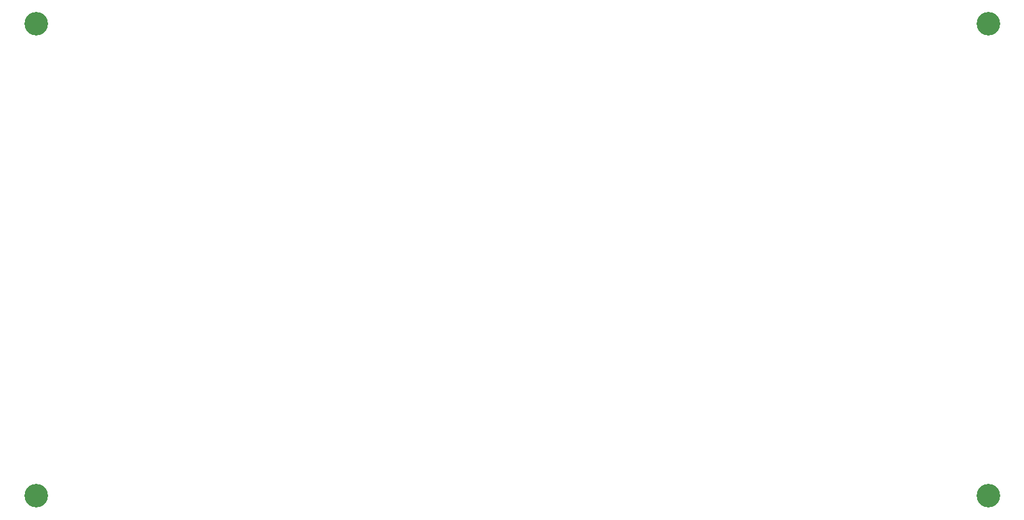
<source format=gts>
G04 #@! TF.GenerationSoftware,KiCad,Pcbnew,8.0.5*
G04 #@! TF.CreationDate,2025-01-01T12:05:04+09:00*
G04 #@! TF.ProjectId,NERD-HPC_CASE_B,4e455244-2d48-4504-935f-434153455f42,rev?*
G04 #@! TF.SameCoordinates,Original*
G04 #@! TF.FileFunction,Soldermask,Top*
G04 #@! TF.FilePolarity,Negative*
%FSLAX46Y46*%
G04 Gerber Fmt 4.6, Leading zero omitted, Abs format (unit mm)*
G04 Created by KiCad (PCBNEW 8.0.5) date 2025-01-01 12:05:04*
%MOMM*%
%LPD*%
G01*
G04 APERTURE LIST*
%ADD10C,3.200000*%
G04 APERTURE END LIST*
D10*
X203000000Y-128000000D03*
X203000000Y-64000000D03*
X74000000Y-128000000D03*
X74000000Y-64000000D03*
M02*

</source>
